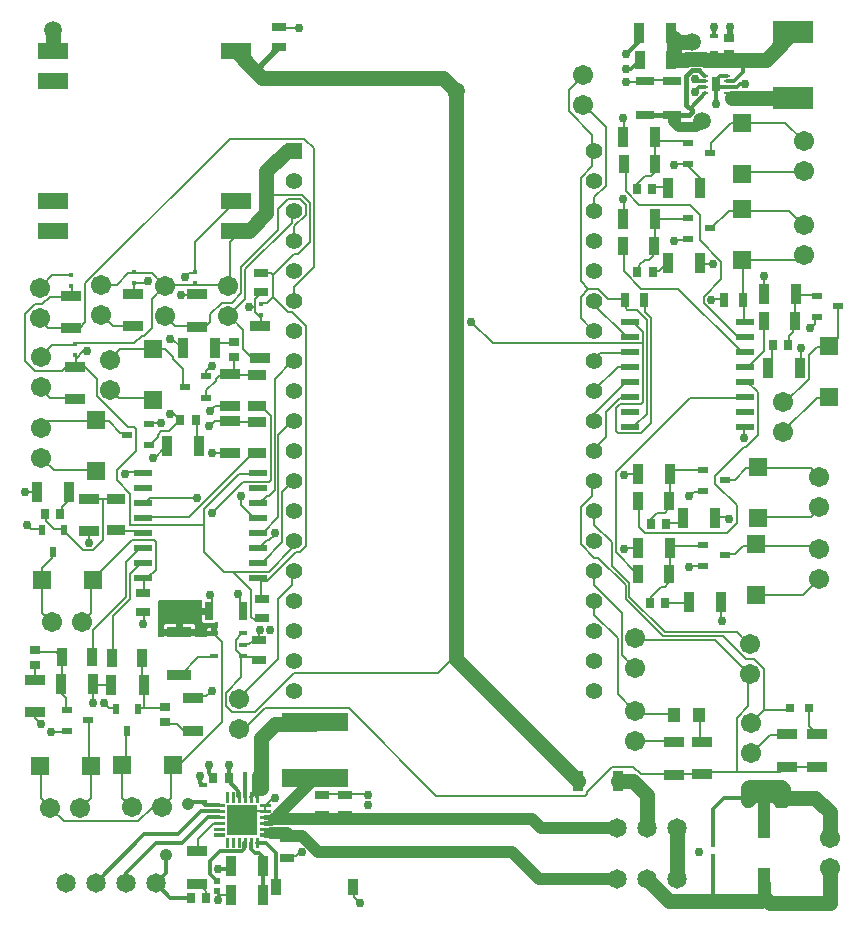
<source format=gbr>
G04 EAGLE Gerber RS-274X export*
G75*
%MOMM*%
%FSLAX34Y34*%
%LPD*%
%INTop Copper*%
%IPPOS*%
%AMOC8*
5,1,8,0,0,1.08239X$1,22.5*%
G01*
G04 Define Apertures*
%ADD10R,1.092200X2.692400*%
%ADD11R,1.199200X0.652400*%
%ADD12R,0.652400X1.549200*%
%ADD13R,0.749200X0.452400*%
%ADD14R,0.401600X0.499200*%
%ADD15R,0.660400X0.838200*%
%ADD16R,1.574800X1.625600*%
%ADD17R,1.625600X1.574800*%
%ADD18R,0.800000X0.800000*%
%ADD19R,1.100000X1.200000*%
%ADD20C,1.714500*%
%ADD21C,1.650000*%
%ADD22R,2.159000X0.965200*%
%ADD23R,5.689600X1.600200*%
%ADD24R,0.711200X0.838200*%
%ADD25R,0.838200X0.711200*%
%ADD26R,0.902400X1.549200*%
%ADD27R,0.914400X1.701800*%
%ADD28R,1.701800X0.914400*%
%ADD29R,1.549200X0.902400*%
%ADD30R,0.508000X0.508000*%
%ADD31R,0.889000X1.397000*%
%ADD32R,1.408000X1.408000*%
%ADD33C,1.408000*%
%ADD34R,0.673100X0.457200*%
%ADD35R,0.449200X0.402400*%
%ADD36R,0.965200X0.508000*%
%ADD37R,0.508000X0.965200*%
%ADD38R,0.609600X0.254000*%
%ADD39R,0.711200X1.295400*%
%ADD40R,3.400000X1.850000*%
%ADD41R,0.838200X0.660400*%
%ADD42R,0.914400X1.549400*%
%ADD43R,1.549200X0.652400*%
%ADD44C,0.067500*%
%ADD45R,2.600000X2.600000*%
%ADD46R,0.860000X1.820000*%
%ADD47R,2.500000X1.400000*%
%ADD48R,1.650000X0.600000*%
%ADD49R,0.652400X1.199200*%
%ADD50C,0.177800*%
%ADD51C,0.756400*%
%ADD52C,1.270000*%
%ADD53C,0.812800*%
%ADD54C,0.609600*%
%ADD55C,0.304800*%
%ADD56C,1.500000*%
%ADD57C,0.508000*%
%ADD58C,1.056400*%
%ADD59C,1.016000*%
%ADD60C,0.406400*%
G36*
X703115Y306130D02*
X702818Y306070D01*
X699897Y306070D01*
X699622Y306121D01*
X699367Y306285D01*
X699195Y306535D01*
X699135Y306832D01*
X699135Y336423D01*
X699186Y336698D01*
X699350Y336953D01*
X699600Y337125D01*
X699897Y337185D01*
X735459Y337185D01*
X735734Y337134D01*
X735989Y336970D01*
X736161Y336720D01*
X736221Y336423D01*
X736221Y331089D01*
X745071Y331089D01*
X745071Y324993D01*
X736221Y324993D01*
X736221Y319243D01*
X737709Y317755D01*
X746337Y317755D01*
X747638Y319056D01*
X747880Y319219D01*
X748177Y319279D01*
X749173Y319279D01*
X749448Y319228D01*
X749703Y319064D01*
X749875Y318814D01*
X749935Y318517D01*
X749935Y314808D01*
X749884Y314533D01*
X749720Y314278D01*
X749470Y314106D01*
X749173Y314046D01*
X748475Y314046D01*
X748475Y306934D01*
X740284Y306934D01*
X740284Y306832D01*
X740232Y306557D01*
X740069Y306302D01*
X739819Y306130D01*
X739522Y306070D01*
X731012Y306070D01*
X730737Y306121D01*
X730482Y306285D01*
X730310Y306535D01*
X730250Y306832D01*
X730250Y307213D01*
X703580Y307213D01*
X703580Y306832D01*
X703529Y306557D01*
X703365Y306302D01*
X703115Y306130D01*
G37*
%LPC*%
G36*
X703580Y313309D02*
X713867Y313309D01*
X713867Y317627D01*
X705068Y317627D01*
X703580Y316139D01*
X703580Y313309D01*
G37*
G36*
X719963Y313309D02*
X730250Y313309D01*
X730250Y316139D01*
X728762Y317627D01*
X719963Y317627D01*
X719963Y313309D01*
G37*
G36*
X740284Y311506D02*
X743903Y311506D01*
X743903Y314046D01*
X741771Y314046D01*
X740284Y312558D01*
X740284Y311506D01*
G37*
%LPD*%
G36*
X1217295Y165989D02*
X1217295Y144907D01*
X1207135Y144907D01*
X1207135Y165989D01*
X1206249Y165989D01*
X1205315Y165602D01*
X1204389Y164676D01*
X1203580Y163400D01*
X1201542Y161905D01*
X1199082Y161323D01*
X1196591Y161747D01*
X1194462Y163109D01*
X1193033Y165193D01*
X1192530Y167670D01*
X1192530Y178435D01*
X1192957Y180724D01*
X1194319Y182853D01*
X1196403Y184282D01*
X1198880Y184785D01*
X1228090Y184785D01*
X1230379Y184358D01*
X1232508Y182996D01*
X1233937Y180912D01*
X1234440Y178435D01*
X1234440Y167640D01*
X1234013Y165351D01*
X1232651Y163222D01*
X1230567Y161793D01*
X1228090Y161290D01*
X1225563Y161290D01*
X1223226Y161735D01*
X1221108Y163114D01*
X1220086Y164631D01*
X1219115Y165602D01*
X1218181Y165989D01*
X1217295Y165989D01*
G37*
D10*
X1212215Y96901D03*
X1212215Y149987D03*
D11*
X784262Y286983D03*
X784262Y303507D03*
D12*
X742023Y328041D03*
X770547Y328041D03*
D13*
X736480Y166248D03*
X736480Y180772D03*
D14*
X780692Y189732D03*
X772176Y189732D03*
D11*
X837761Y155502D03*
X837761Y172026D03*
X856805Y155558D03*
X856805Y172082D03*
X808016Y136024D03*
X808016Y119500D03*
D15*
X758782Y187154D03*
X745320Y187154D03*
D16*
X599131Y197251D03*
X642311Y197251D03*
X711073Y197485D03*
X667893Y197485D03*
D17*
X1193292Y698627D03*
X1193292Y741807D03*
X1193419Y625221D03*
X1193419Y668401D03*
X1267079Y509651D03*
X1267079Y552831D03*
X1206627Y407035D03*
X1206627Y450215D03*
X1205230Y341376D03*
X1205230Y384556D03*
X694817Y507111D03*
X694817Y550291D03*
X646684Y446786D03*
X646684Y489966D03*
D16*
X643396Y354800D03*
X600216Y354800D03*
D18*
X1249679Y245745D03*
X1233679Y245745D03*
D19*
X1156929Y239807D03*
X1135929Y239807D03*
D20*
X1267415Y136341D03*
X1267415Y110941D03*
X598735Y576136D03*
X598735Y601536D03*
X599299Y517673D03*
X599299Y543073D03*
X658353Y515503D03*
X658353Y540903D03*
X599878Y457666D03*
X599878Y483066D03*
X634616Y318935D03*
X609216Y318935D03*
X607695Y161671D03*
X633095Y161671D03*
X701802Y161925D03*
X676402Y161925D03*
X767150Y253759D03*
X767150Y228359D03*
X1199833Y300355D03*
X1199833Y274955D03*
X1102417Y279908D03*
X1102417Y305308D03*
X1245489Y700405D03*
X1245489Y725805D03*
X1058799Y756285D03*
X1058799Y781685D03*
X1102417Y243663D03*
X1102417Y218263D03*
X1201039Y233045D03*
X1201039Y207645D03*
D21*
X620693Y97910D03*
X646093Y97910D03*
X671493Y97910D03*
X696893Y97910D03*
X1087463Y101346D03*
X1112863Y101346D03*
X1138263Y101346D03*
X1087463Y144770D03*
X1112863Y144770D03*
X1138263Y144770D03*
D20*
X1245489Y629285D03*
X1245489Y654685D03*
X1227709Y479425D03*
X1227709Y504825D03*
X1258189Y415925D03*
X1258189Y441325D03*
X1258189Y354965D03*
X1258189Y380365D03*
X757936Y577954D03*
X757936Y603354D03*
X704723Y578286D03*
X704723Y603686D03*
X650852Y578516D03*
X650852Y603916D03*
D22*
X716915Y310261D03*
X716915Y273939D03*
D23*
X831856Y187149D03*
X831856Y234139D03*
D24*
X1117092Y685673D03*
X1104138Y685673D03*
D25*
X704342Y234188D03*
X704342Y247142D03*
D24*
X739648Y85598D03*
X726694Y85598D03*
X1117600Y615442D03*
X1104646Y615442D03*
X1219581Y553847D03*
X1232535Y553847D03*
X1129030Y401574D03*
X1116076Y401574D03*
X1128268Y335026D03*
X1115314Y335026D03*
D25*
X763221Y555879D03*
X763221Y542925D03*
D24*
X730631Y489968D03*
X717677Y489968D03*
X616006Y410465D03*
X603052Y410465D03*
D25*
X594732Y282566D03*
X594732Y295520D03*
D26*
X1118801Y636905D03*
X1092777Y636905D03*
D27*
X1238885Y596647D03*
X1211453Y596647D03*
D26*
X1238181Y573405D03*
X1212157Y573405D03*
D27*
X1130173Y686562D03*
X1157605Y686562D03*
X1130173Y623183D03*
X1157605Y623183D03*
X1215113Y534283D03*
X1242545Y534283D03*
X1132205Y443865D03*
X1104773Y443865D03*
D26*
X1131501Y421005D03*
X1105477Y421005D03*
D27*
X1142873Y407283D03*
X1170305Y407283D03*
X1132205Y381762D03*
X1104773Y381762D03*
X1147953Y336163D03*
X1175385Y336163D03*
D26*
X1131501Y359285D03*
X1105477Y359285D03*
D28*
X784860Y542417D03*
X784860Y569849D03*
X732028Y568960D03*
X732028Y596392D03*
X677672Y569595D03*
X677672Y597027D03*
X625094Y567436D03*
X625094Y594868D03*
X628904Y507746D03*
X628904Y535178D03*
X759714Y528828D03*
X759714Y501396D03*
D29*
X782574Y528124D03*
X782574Y502100D03*
D27*
X747092Y550652D03*
X719660Y550652D03*
D28*
X759714Y489458D03*
X759714Y462026D03*
D29*
X782574Y488355D03*
X782574Y462331D03*
D27*
X733552Y467975D03*
X706120Y467975D03*
D28*
X640334Y423418D03*
X640334Y395986D03*
D29*
X663194Y422714D03*
X663194Y396690D03*
D27*
X623626Y429169D03*
X596194Y429169D03*
X616712Y266065D03*
X644144Y266065D03*
D26*
X617135Y288975D03*
X643159Y288975D03*
D28*
X594243Y269905D03*
X594243Y242473D03*
D27*
X686689Y265430D03*
X659257Y265430D03*
D26*
X685604Y288290D03*
X659580Y288290D03*
D28*
X728224Y226949D03*
X728224Y254381D03*
D27*
X1119505Y729424D03*
X1092073Y729424D03*
D28*
X1256919Y196469D03*
X1256919Y223901D03*
X1159510Y190119D03*
X1159510Y217551D03*
X1135888Y217170D03*
X1135888Y189738D03*
X1231519Y223901D03*
X1231519Y196469D03*
D26*
X1119565Y706564D03*
X1093541Y706564D03*
D30*
X748947Y91412D03*
X748947Y99286D03*
D28*
X731901Y97409D03*
X731901Y124841D03*
D27*
X787591Y87975D03*
X760159Y87975D03*
X787591Y112157D03*
X760159Y112157D03*
X1119505Y659765D03*
X1092073Y659765D03*
D31*
X798875Y94621D03*
X863875Y94621D03*
D32*
X813689Y717935D03*
D33*
X1067689Y717935D03*
X813689Y692535D03*
X1067689Y692535D03*
X813689Y667135D03*
X1067689Y667135D03*
X813689Y641735D03*
X1067689Y641735D03*
X813689Y616335D03*
X1067689Y616335D03*
X813689Y590935D03*
X1067689Y590935D03*
X813689Y565535D03*
X1067689Y565535D03*
X813689Y540135D03*
X1067689Y540135D03*
X813689Y514735D03*
X1067689Y514735D03*
X813689Y489335D03*
X1067689Y489335D03*
X813689Y463935D03*
X1067689Y463935D03*
X813689Y438535D03*
X1067689Y438535D03*
X813689Y413135D03*
X1067689Y413135D03*
X813689Y387735D03*
X1067689Y387735D03*
X813689Y362335D03*
X1067689Y362335D03*
X813689Y336935D03*
X1067689Y336935D03*
X813689Y311535D03*
X1067689Y311535D03*
X813689Y286135D03*
X1067689Y286135D03*
X813689Y260735D03*
X1067689Y260735D03*
D34*
X770445Y290220D03*
X770445Y299720D03*
X770445Y309220D03*
X746189Y309220D03*
X746189Y290220D03*
D35*
X786003Y588204D03*
X786003Y579180D03*
X729702Y605850D03*
X729702Y614874D03*
X678434Y614874D03*
X678434Y605850D03*
X625094Y612334D03*
X625094Y603310D03*
X628904Y553914D03*
X628904Y544890D03*
D36*
X1147445Y724795D03*
X1147445Y706495D03*
X1165733Y715645D03*
X1160145Y447935D03*
X1160145Y429635D03*
X1178433Y438785D03*
X1147705Y661295D03*
X1147705Y642995D03*
X1165993Y652145D03*
X1256367Y595203D03*
X1256367Y576903D03*
X1274655Y586053D03*
X1160145Y384435D03*
X1160145Y366135D03*
X1178433Y375285D03*
X739648Y508502D03*
X739648Y526802D03*
X721360Y517652D03*
X690753Y468477D03*
X690753Y486777D03*
X672465Y477627D03*
D37*
X619090Y396683D03*
X600790Y396683D03*
X609940Y378395D03*
X681488Y244983D03*
X663188Y244983D03*
X672338Y226695D03*
D36*
X621538Y244735D03*
X621538Y226435D03*
X639826Y235585D03*
D38*
X1180211Y766565D03*
X1180211Y771565D03*
X1180211Y776565D03*
X1180211Y781565D03*
X1162177Y781565D03*
X1162177Y776565D03*
X1162177Y771565D03*
X1162177Y766565D03*
D39*
X1171194Y774065D03*
D40*
X1236599Y818028D03*
X1236599Y762528D03*
D13*
X1169924Y800458D03*
X1169924Y814982D03*
D41*
X1182624Y799719D03*
X1182624Y813181D03*
D42*
X1132713Y794385D03*
X1106805Y794385D03*
D43*
X1133729Y748373D03*
X1133729Y776897D03*
X1110869Y748373D03*
X1110869Y776897D03*
D27*
X1133475Y817626D03*
X1106043Y817626D03*
D44*
X758387Y128071D02*
X756361Y128071D01*
X756361Y135997D01*
X758387Y135997D01*
X758387Y128071D01*
X758387Y128712D02*
X756361Y128712D01*
X756361Y129353D02*
X758387Y129353D01*
X758387Y129994D02*
X756361Y129994D01*
X756361Y130635D02*
X758387Y130635D01*
X758387Y131276D02*
X756361Y131276D01*
X756361Y131917D02*
X758387Y131917D01*
X758387Y132558D02*
X756361Y132558D01*
X756361Y133199D02*
X758387Y133199D01*
X758387Y133840D02*
X756361Y133840D01*
X756361Y134481D02*
X758387Y134481D01*
X758387Y135122D02*
X756361Y135122D01*
X756361Y135763D02*
X758387Y135763D01*
X761361Y128071D02*
X763387Y128071D01*
X761361Y128071D02*
X761361Y135997D01*
X763387Y135997D01*
X763387Y128071D01*
X763387Y128712D02*
X761361Y128712D01*
X761361Y129353D02*
X763387Y129353D01*
X763387Y129994D02*
X761361Y129994D01*
X761361Y130635D02*
X763387Y130635D01*
X763387Y131276D02*
X761361Y131276D01*
X761361Y131917D02*
X763387Y131917D01*
X763387Y132558D02*
X761361Y132558D01*
X761361Y133199D02*
X763387Y133199D01*
X763387Y133840D02*
X761361Y133840D01*
X761361Y134481D02*
X763387Y134481D01*
X763387Y135122D02*
X761361Y135122D01*
X761361Y135763D02*
X763387Y135763D01*
X766361Y128071D02*
X768387Y128071D01*
X766361Y128071D02*
X766361Y135997D01*
X768387Y135997D01*
X768387Y128071D01*
X768387Y128712D02*
X766361Y128712D01*
X766361Y129353D02*
X768387Y129353D01*
X768387Y129994D02*
X766361Y129994D01*
X766361Y130635D02*
X768387Y130635D01*
X768387Y131276D02*
X766361Y131276D01*
X766361Y131917D02*
X768387Y131917D01*
X768387Y132558D02*
X766361Y132558D01*
X766361Y133199D02*
X768387Y133199D01*
X768387Y133840D02*
X766361Y133840D01*
X766361Y134481D02*
X768387Y134481D01*
X768387Y135122D02*
X766361Y135122D01*
X766361Y135763D02*
X768387Y135763D01*
X771361Y128071D02*
X773387Y128071D01*
X771361Y128071D02*
X771361Y135997D01*
X773387Y135997D01*
X773387Y128071D01*
X773387Y128712D02*
X771361Y128712D01*
X771361Y129353D02*
X773387Y129353D01*
X773387Y129994D02*
X771361Y129994D01*
X771361Y130635D02*
X773387Y130635D01*
X773387Y131276D02*
X771361Y131276D01*
X771361Y131917D02*
X773387Y131917D01*
X773387Y132558D02*
X771361Y132558D01*
X771361Y133199D02*
X773387Y133199D01*
X773387Y133840D02*
X771361Y133840D01*
X771361Y134481D02*
X773387Y134481D01*
X773387Y135122D02*
X771361Y135122D01*
X771361Y135763D02*
X773387Y135763D01*
X776361Y128071D02*
X778387Y128071D01*
X776361Y128071D02*
X776361Y135997D01*
X778387Y135997D01*
X778387Y128071D01*
X778387Y128712D02*
X776361Y128712D01*
X776361Y129353D02*
X778387Y129353D01*
X778387Y129994D02*
X776361Y129994D01*
X776361Y130635D02*
X778387Y130635D01*
X778387Y131276D02*
X776361Y131276D01*
X776361Y131917D02*
X778387Y131917D01*
X778387Y132558D02*
X776361Y132558D01*
X776361Y133199D02*
X778387Y133199D01*
X778387Y133840D02*
X776361Y133840D01*
X776361Y134481D02*
X778387Y134481D01*
X778387Y135122D02*
X776361Y135122D01*
X776361Y135763D02*
X778387Y135763D01*
X781361Y128071D02*
X783387Y128071D01*
X781361Y128071D02*
X781361Y135997D01*
X783387Y135997D01*
X783387Y128071D01*
X783387Y128712D02*
X781361Y128712D01*
X781361Y129353D02*
X783387Y129353D01*
X783387Y129994D02*
X781361Y129994D01*
X781361Y130635D02*
X783387Y130635D01*
X783387Y131276D02*
X781361Y131276D01*
X781361Y131917D02*
X783387Y131917D01*
X783387Y132558D02*
X781361Y132558D01*
X781361Y133199D02*
X783387Y133199D01*
X783387Y133840D02*
X781361Y133840D01*
X781361Y134481D02*
X783387Y134481D01*
X783387Y135122D02*
X781361Y135122D01*
X781361Y135763D02*
X783387Y135763D01*
X783387Y166771D02*
X781361Y166771D01*
X781361Y174697D01*
X783387Y174697D01*
X783387Y166771D01*
X783387Y167412D02*
X781361Y167412D01*
X781361Y168053D02*
X783387Y168053D01*
X783387Y168694D02*
X781361Y168694D01*
X781361Y169335D02*
X783387Y169335D01*
X783387Y169976D02*
X781361Y169976D01*
X781361Y170617D02*
X783387Y170617D01*
X783387Y171258D02*
X781361Y171258D01*
X781361Y171899D02*
X783387Y171899D01*
X783387Y172540D02*
X781361Y172540D01*
X781361Y173181D02*
X783387Y173181D01*
X783387Y173822D02*
X781361Y173822D01*
X781361Y174463D02*
X783387Y174463D01*
X778387Y166771D02*
X776361Y166771D01*
X776361Y174697D01*
X778387Y174697D01*
X778387Y166771D01*
X778387Y167412D02*
X776361Y167412D01*
X776361Y168053D02*
X778387Y168053D01*
X778387Y168694D02*
X776361Y168694D01*
X776361Y169335D02*
X778387Y169335D01*
X778387Y169976D02*
X776361Y169976D01*
X776361Y170617D02*
X778387Y170617D01*
X778387Y171258D02*
X776361Y171258D01*
X776361Y171899D02*
X778387Y171899D01*
X778387Y172540D02*
X776361Y172540D01*
X776361Y173181D02*
X778387Y173181D01*
X778387Y173822D02*
X776361Y173822D01*
X776361Y174463D02*
X778387Y174463D01*
X773387Y166771D02*
X771361Y166771D01*
X771361Y174697D01*
X773387Y174697D01*
X773387Y166771D01*
X773387Y167412D02*
X771361Y167412D01*
X771361Y168053D02*
X773387Y168053D01*
X773387Y168694D02*
X771361Y168694D01*
X771361Y169335D02*
X773387Y169335D01*
X773387Y169976D02*
X771361Y169976D01*
X771361Y170617D02*
X773387Y170617D01*
X773387Y171258D02*
X771361Y171258D01*
X771361Y171899D02*
X773387Y171899D01*
X773387Y172540D02*
X771361Y172540D01*
X771361Y173181D02*
X773387Y173181D01*
X773387Y173822D02*
X771361Y173822D01*
X771361Y174463D02*
X773387Y174463D01*
X768387Y166771D02*
X766361Y166771D01*
X766361Y174697D01*
X768387Y174697D01*
X768387Y166771D01*
X768387Y167412D02*
X766361Y167412D01*
X766361Y168053D02*
X768387Y168053D01*
X768387Y168694D02*
X766361Y168694D01*
X766361Y169335D02*
X768387Y169335D01*
X768387Y169976D02*
X766361Y169976D01*
X766361Y170617D02*
X768387Y170617D01*
X768387Y171258D02*
X766361Y171258D01*
X766361Y171899D02*
X768387Y171899D01*
X768387Y172540D02*
X766361Y172540D01*
X766361Y173181D02*
X768387Y173181D01*
X768387Y173822D02*
X766361Y173822D01*
X766361Y174463D02*
X768387Y174463D01*
X763387Y166771D02*
X761361Y166771D01*
X761361Y174697D01*
X763387Y174697D01*
X763387Y166771D01*
X763387Y167412D02*
X761361Y167412D01*
X761361Y168053D02*
X763387Y168053D01*
X763387Y168694D02*
X761361Y168694D01*
X761361Y169335D02*
X763387Y169335D01*
X763387Y169976D02*
X761361Y169976D01*
X761361Y170617D02*
X763387Y170617D01*
X763387Y171258D02*
X761361Y171258D01*
X761361Y171899D02*
X763387Y171899D01*
X763387Y172540D02*
X761361Y172540D01*
X761361Y173181D02*
X763387Y173181D01*
X763387Y173822D02*
X761361Y173822D01*
X761361Y174463D02*
X763387Y174463D01*
X758387Y166771D02*
X756361Y166771D01*
X756361Y174697D01*
X758387Y174697D01*
X758387Y166771D01*
X758387Y167412D02*
X756361Y167412D01*
X756361Y168053D02*
X758387Y168053D01*
X758387Y168694D02*
X756361Y168694D01*
X756361Y169335D02*
X758387Y169335D01*
X758387Y169976D02*
X756361Y169976D01*
X756361Y170617D02*
X758387Y170617D01*
X758387Y171258D02*
X756361Y171258D01*
X756361Y171899D02*
X758387Y171899D01*
X758387Y172540D02*
X756361Y172540D01*
X756361Y173181D02*
X758387Y173181D01*
X758387Y173822D02*
X756361Y173822D01*
X756361Y174463D02*
X758387Y174463D01*
X754487Y162871D02*
X746561Y162871D01*
X746561Y164897D01*
X754487Y164897D01*
X754487Y162871D01*
X754487Y163512D02*
X746561Y163512D01*
X746561Y164153D02*
X754487Y164153D01*
X754487Y164794D02*
X746561Y164794D01*
X746561Y157871D02*
X754487Y157871D01*
X746561Y157871D02*
X746561Y159897D01*
X754487Y159897D01*
X754487Y157871D01*
X754487Y158512D02*
X746561Y158512D01*
X746561Y159153D02*
X754487Y159153D01*
X754487Y159794D02*
X746561Y159794D01*
X746561Y152871D02*
X754487Y152871D01*
X746561Y152871D02*
X746561Y154897D01*
X754487Y154897D01*
X754487Y152871D01*
X754487Y153512D02*
X746561Y153512D01*
X746561Y154153D02*
X754487Y154153D01*
X754487Y154794D02*
X746561Y154794D01*
X746561Y147871D02*
X754487Y147871D01*
X746561Y147871D02*
X746561Y149897D01*
X754487Y149897D01*
X754487Y147871D01*
X754487Y148512D02*
X746561Y148512D01*
X746561Y149153D02*
X754487Y149153D01*
X754487Y149794D02*
X746561Y149794D01*
X746561Y142871D02*
X754487Y142871D01*
X746561Y142871D02*
X746561Y144897D01*
X754487Y144897D01*
X754487Y142871D01*
X754487Y143512D02*
X746561Y143512D01*
X746561Y144153D02*
X754487Y144153D01*
X754487Y144794D02*
X746561Y144794D01*
X746561Y137871D02*
X754487Y137871D01*
X746561Y137871D02*
X746561Y139897D01*
X754487Y139897D01*
X754487Y137871D01*
X754487Y138512D02*
X746561Y138512D01*
X746561Y139153D02*
X754487Y139153D01*
X754487Y139794D02*
X746561Y139794D01*
X785261Y137871D02*
X793187Y137871D01*
X785261Y137871D02*
X785261Y139897D01*
X793187Y139897D01*
X793187Y137871D01*
X793187Y138512D02*
X785261Y138512D01*
X785261Y139153D02*
X793187Y139153D01*
X793187Y139794D02*
X785261Y139794D01*
X785261Y142871D02*
X793187Y142871D01*
X785261Y142871D02*
X785261Y144897D01*
X793187Y144897D01*
X793187Y142871D01*
X793187Y143512D02*
X785261Y143512D01*
X785261Y144153D02*
X793187Y144153D01*
X793187Y144794D02*
X785261Y144794D01*
X785261Y147871D02*
X793187Y147871D01*
X785261Y147871D02*
X785261Y149897D01*
X793187Y149897D01*
X793187Y147871D01*
X793187Y148512D02*
X785261Y148512D01*
X785261Y149153D02*
X793187Y149153D01*
X793187Y149794D02*
X785261Y149794D01*
X785261Y152871D02*
X793187Y152871D01*
X785261Y152871D02*
X785261Y154897D01*
X793187Y154897D01*
X793187Y152871D01*
X793187Y153512D02*
X785261Y153512D01*
X785261Y154153D02*
X793187Y154153D01*
X793187Y154794D02*
X785261Y154794D01*
X785261Y157871D02*
X793187Y157871D01*
X785261Y157871D02*
X785261Y159897D01*
X793187Y159897D01*
X793187Y157871D01*
X793187Y158512D02*
X785261Y158512D01*
X785261Y159153D02*
X793187Y159153D01*
X793187Y159794D02*
X785261Y159794D01*
X785261Y162871D02*
X793187Y162871D01*
X785261Y162871D02*
X785261Y164897D01*
X793187Y164897D01*
X793187Y162871D01*
X793187Y163512D02*
X785261Y163512D01*
X785261Y164153D02*
X793187Y164153D01*
X793187Y164794D02*
X785261Y164794D01*
D45*
X769874Y151384D03*
D35*
X1168527Y120837D03*
X1168527Y129861D03*
D46*
X1054495Y184531D03*
X1087995Y184531D03*
D47*
X609522Y802390D03*
X609522Y776990D03*
X609522Y675390D03*
X609522Y649990D03*
X764522Y649990D03*
X764522Y675390D03*
X764522Y802390D03*
D11*
X786257Y598290D03*
X786257Y614814D03*
X801495Y805761D03*
X801495Y822285D03*
D48*
X1098187Y573151D03*
X1098187Y560451D03*
X1098187Y547751D03*
X1098187Y535051D03*
X1098187Y522351D03*
X1098187Y509651D03*
X1098187Y496951D03*
X1098187Y484251D03*
X1195687Y484251D03*
X1195687Y496951D03*
X1195687Y509651D03*
X1195687Y522351D03*
X1195687Y535051D03*
X1195687Y547751D03*
X1195687Y560451D03*
X1195687Y573151D03*
X783445Y355854D03*
X783445Y368554D03*
X783445Y381254D03*
X783445Y393954D03*
X783445Y406654D03*
X783445Y419354D03*
X783445Y432054D03*
X783445Y444754D03*
X685945Y444754D03*
X685945Y432054D03*
X685945Y419354D03*
X685945Y406654D03*
X685945Y393954D03*
X685945Y381254D03*
X685945Y368554D03*
X685945Y355854D03*
D11*
X786857Y338462D03*
X786857Y321938D03*
X685800Y343542D03*
X685800Y327018D03*
D49*
X1110622Y591820D03*
X1094098Y591820D03*
X1194442Y591820D03*
X1177918Y591820D03*
D50*
X693420Y508508D02*
X665353Y508508D01*
X658749Y515112D01*
X693420Y508508D02*
X694817Y507111D01*
X658749Y515112D02*
X658353Y515503D01*
X645541Y447421D02*
X610870Y447421D01*
X600964Y457327D01*
X645541Y447421D02*
X646684Y446786D01*
X600964Y457327D02*
X599878Y457666D01*
X709930Y196469D02*
X709930Y170053D01*
X701802Y161925D01*
X709930Y196469D02*
X711073Y197485D01*
X599313Y196469D02*
X599313Y170053D01*
X607695Y161671D01*
X599313Y196469D02*
X599131Y197251D01*
X693420Y161798D02*
X701675Y161798D01*
X693420Y161798D02*
X681863Y150241D01*
X619125Y150241D01*
X607695Y161671D01*
X701675Y161798D02*
X701802Y161925D01*
X686816Y345059D02*
X686816Y354965D01*
X686816Y345059D02*
X685800Y343542D01*
X686816Y354965D02*
X685945Y355854D01*
X744601Y308737D02*
X746189Y309220D01*
X718185Y308737D02*
X716915Y310261D01*
X716534Y310388D01*
X642239Y326898D02*
X642239Y353314D01*
X642239Y326898D02*
X635635Y320294D01*
X642239Y353314D02*
X643396Y354800D01*
X635635Y320294D02*
X634616Y318935D01*
X686816Y356616D02*
X690118Y356616D01*
X696722Y363220D01*
X696722Y386334D01*
X695071Y387985D01*
X676910Y387985D01*
X643890Y354965D01*
X685945Y355854D02*
X686816Y356616D01*
X643890Y354965D02*
X643396Y354800D01*
X711581Y198120D02*
X716534Y198120D01*
X752856Y234442D01*
X752856Y302133D01*
X746252Y308737D01*
X711581Y198120D02*
X711073Y197485D01*
X746252Y308737D02*
X746189Y309220D01*
D51*
X742696Y341757D03*
D50*
X744142Y340311D01*
X744142Y330160D01*
X742023Y328041D01*
D52*
X1213591Y795020D02*
X1236599Y818028D01*
X1213591Y795020D02*
X1193800Y795020D01*
X1182624Y795020D01*
X1163955Y795020D01*
X1137920Y795020D02*
X1136015Y796925D01*
X1136015Y813435D01*
D53*
X1136015Y815086D02*
X1133475Y817626D01*
X1136015Y815086D02*
X1136015Y813435D01*
X1133348Y795020D02*
X1132713Y794385D01*
X1133348Y795020D02*
X1137920Y795020D01*
D54*
X1182624Y795020D02*
X1182624Y799719D01*
D55*
X1169924Y800458D02*
X1169393Y800458D01*
X1163955Y795020D01*
D56*
X1151255Y810253D03*
X951230Y768350D03*
D52*
X951230Y287796D02*
X1054495Y184531D01*
X951230Y287796D02*
X951230Y768350D01*
X1139197Y810253D02*
X1151255Y810253D01*
X1139197Y810253D02*
X1136015Y813435D01*
X951230Y768350D02*
X939800Y779780D01*
X787132Y779780D01*
X781234Y785679D01*
X764522Y802390D01*
D57*
X781412Y785679D02*
X801495Y805761D01*
X781412Y785679D02*
X781234Y785679D01*
D55*
X1180211Y776565D02*
X1186140Y776565D01*
X1193800Y784225D01*
X1193800Y795020D01*
D52*
X1163955Y795020D02*
X1161672Y795020D01*
X1160938Y795754D01*
X1146652Y795754D01*
X1145918Y795020D01*
X1137920Y795020D01*
D50*
X782574Y288925D02*
X771017Y288925D01*
X782574Y288925D02*
X784225Y287274D01*
X771017Y288925D02*
X770445Y290220D01*
X784225Y287274D02*
X784262Y286983D01*
X764413Y303784D02*
X769366Y308737D01*
X764413Y303784D02*
X764413Y295529D01*
X769366Y290576D01*
X769366Y308737D02*
X770445Y309220D01*
X769366Y290576D02*
X770445Y290220D01*
X769366Y288925D02*
X769366Y272415D01*
X756158Y259207D01*
X756158Y247650D01*
X761111Y242697D01*
X780923Y242697D01*
X813943Y275717D01*
X936117Y275717D01*
X946023Y285623D01*
X770445Y290220D02*
X769366Y288925D01*
X946023Y285623D02*
X951230Y287796D01*
D51*
X1183005Y822325D03*
X1169670Y822960D03*
X1094740Y775970D03*
X1092200Y745490D03*
X1135380Y706120D03*
X1135380Y641350D03*
X1092200Y676910D03*
X1168400Y622300D03*
X1167130Y591820D03*
X1211580Y612140D03*
X1250950Y567690D03*
X1243330Y551180D03*
X1195070Y474980D03*
X1148080Y425450D03*
X1093470Y443230D03*
X1093470Y381000D03*
X1148080Y365760D03*
X1182370Y406400D03*
X1176020Y320040D03*
X1200150Y170180D03*
X1209040Y170180D03*
X1217930Y170180D03*
X1226820Y170180D03*
X1200150Y180340D03*
X1209040Y180340D03*
X1217930Y180340D03*
X1226820Y180340D03*
X1156970Y124460D03*
X869950Y81280D03*
X820420Y123825D03*
X876935Y172720D03*
X741680Y198120D03*
X734695Y188595D03*
X608330Y226060D03*
X652780Y250190D03*
X744220Y260350D03*
X784860Y312420D03*
X793750Y312420D03*
X685800Y317500D03*
X599440Y232410D03*
X643890Y250190D03*
X670560Y444500D03*
X640080Y386080D03*
X588010Y400685D03*
X586204Y428625D03*
X701675Y487045D03*
X694690Y457835D03*
X744220Y535940D03*
X708660Y558800D03*
X817880Y821690D03*
D52*
X1267415Y158160D02*
X1267415Y136341D01*
X1267415Y158160D02*
X1255395Y170180D01*
X1226820Y170180D01*
D51*
X876935Y164056D03*
D55*
X1168527Y160782D02*
X1168527Y129861D01*
X1168527Y160782D02*
X1177925Y170180D01*
X1200150Y170180D01*
X1180211Y771565D02*
X1173694Y771565D01*
X1171194Y774065D01*
X1174630Y781565D02*
X1180211Y781565D01*
X1174630Y781565D02*
X1171194Y778129D01*
X1171194Y774065D01*
D56*
X609600Y819778D03*
D52*
X609522Y819700D02*
X609522Y802390D01*
X609522Y819700D02*
X609600Y819778D01*
D51*
X749145Y83185D03*
D57*
X1182624Y813181D02*
X1183005Y813562D01*
X1183005Y822325D01*
D55*
X1169924Y822706D02*
X1169924Y814982D01*
X1169924Y822706D02*
X1169670Y822960D01*
D51*
X1195705Y774700D03*
X1170940Y757555D03*
D55*
X1180211Y771565D02*
X1188760Y771565D01*
X1191895Y774700D01*
X1195705Y774700D01*
X1170940Y773811D02*
X1170940Y757555D01*
X1170940Y773811D02*
X1171194Y774065D01*
D51*
X742950Y497205D03*
D55*
X734695Y182557D02*
X736480Y180772D01*
X734695Y182557D02*
X734695Y188595D01*
X741680Y190794D02*
X745320Y187154D01*
X741680Y190794D02*
X741680Y198120D01*
D50*
X747141Y501396D02*
X759714Y501396D01*
X747141Y501396D02*
X742950Y497205D01*
D51*
X744220Y461645D03*
D50*
X744601Y462026D02*
X759714Y462026D01*
X744601Y462026D02*
X744220Y461645D01*
X789178Y163449D02*
X789178Y160147D01*
X789224Y158884D01*
X789178Y163449D02*
X789224Y163884D01*
X789178Y158496D02*
X777621Y158496D01*
X771017Y151892D01*
X789178Y158496D02*
X789224Y158884D01*
X771017Y151892D02*
X769874Y151384D01*
X658749Y265811D02*
X645541Y265811D01*
X658749Y265811D02*
X659257Y265430D01*
X645541Y265811D02*
X644144Y266065D01*
X838708Y173355D02*
X855218Y173355D01*
X838708Y173355D02*
X837761Y172026D01*
X855218Y173355D02*
X856805Y172082D01*
X775970Y300482D02*
X771017Y300482D01*
X775970Y300482D02*
X777621Y302133D01*
X784225Y302133D01*
X771017Y300482D02*
X770445Y299720D01*
X784225Y302133D02*
X784262Y303507D01*
X749554Y87503D02*
X749554Y84201D01*
X749554Y87503D02*
X749554Y90805D01*
X748947Y91412D01*
X749554Y84201D02*
X749145Y83185D01*
X1159002Y622427D02*
X1167257Y622427D01*
X1168400Y622300D01*
X1159002Y622427D02*
X1157605Y623183D01*
X620776Y226187D02*
X609219Y226187D01*
X620776Y226187D02*
X621538Y226435D01*
X609219Y226187D02*
X608330Y226060D01*
X657098Y245999D02*
X662051Y245999D01*
X657098Y245999D02*
X653796Y249301D01*
X662051Y245999D02*
X663188Y244983D01*
X653796Y249301D02*
X652780Y250190D01*
X599313Y397891D02*
X591058Y397891D01*
X589407Y399542D01*
X599313Y397891D02*
X600790Y396683D01*
X589407Y399542D02*
X588010Y400685D01*
X691769Y487045D02*
X701675Y487045D01*
X691769Y487045D02*
X690753Y486777D01*
X1149096Y366522D02*
X1159002Y366522D01*
X1160145Y366135D01*
X1149096Y366522D02*
X1148080Y365760D01*
X739648Y526802D02*
X739648Y531622D01*
X742950Y534924D01*
X744220Y535940D01*
X1135888Y642239D02*
X1147445Y642239D01*
X1147705Y642995D01*
X1135888Y642239D02*
X1135380Y641350D01*
X1152398Y429260D02*
X1159002Y429260D01*
X1152398Y429260D02*
X1149096Y425958D01*
X1159002Y429260D02*
X1160145Y429635D01*
X1149096Y425958D02*
X1148080Y425450D01*
X1254760Y571246D02*
X1254760Y576199D01*
X1254760Y571246D02*
X1251458Y567944D01*
X1254760Y576199D02*
X1256367Y576903D01*
X1251458Y567944D02*
X1250950Y567690D01*
X1147445Y706628D02*
X1135888Y706628D01*
X1147445Y706628D02*
X1147445Y706495D01*
X1135888Y706628D02*
X1135380Y706120D01*
X815594Y120523D02*
X808990Y120523D01*
X815594Y120523D02*
X818896Y123825D01*
X808990Y120523D02*
X808016Y119500D01*
X818896Y123825D02*
X820420Y123825D01*
X686816Y318643D02*
X686816Y326898D01*
X685800Y327018D01*
X686816Y318643D02*
X685800Y317500D01*
X802386Y822198D02*
X817245Y822198D01*
X802386Y822198D02*
X801495Y822285D01*
X817245Y822198D02*
X817880Y821690D01*
X1167257Y592709D02*
X1177163Y592709D01*
X1177918Y591820D01*
X1167257Y592709D02*
X1167130Y591820D01*
X865124Y94107D02*
X865124Y85852D01*
X868426Y82550D01*
X865124Y94107D02*
X863875Y94621D01*
X868426Y82550D02*
X869950Y81280D01*
X784225Y303784D02*
X784225Y312039D01*
X784225Y303784D02*
X784262Y303507D01*
X784225Y312039D02*
X784860Y312420D01*
X1094740Y775970D02*
X1109472Y775970D01*
X1110869Y776897D01*
X1111123Y777621D02*
X1132586Y777621D01*
X1133729Y776897D01*
X1111123Y777621D02*
X1110869Y776897D01*
X685165Y445770D02*
X671957Y445770D01*
X685165Y445770D02*
X685945Y444754D01*
X671957Y445770D02*
X670560Y444500D01*
X1195324Y475488D02*
X1195324Y483743D01*
X1195687Y484251D01*
X1195324Y475488D02*
X1195070Y474980D01*
X594360Y241046D02*
X594360Y237744D01*
X599313Y232791D01*
X594360Y241046D02*
X594243Y242473D01*
X599313Y232791D02*
X599440Y232410D01*
X729742Y255905D02*
X739648Y255905D01*
X742950Y259207D01*
X729742Y255905D02*
X728224Y254381D01*
X742950Y259207D02*
X744220Y260350D01*
X596011Y429260D02*
X587756Y429260D01*
X596011Y429260D02*
X596194Y429169D01*
X587756Y429260D02*
X586204Y428625D01*
X640588Y394589D02*
X640588Y386334D01*
X640588Y394589D02*
X640334Y395986D01*
X640588Y386334D02*
X640080Y386080D01*
X695071Y457327D02*
X704977Y467233D01*
X706120Y467975D01*
X694690Y457835D02*
X695071Y457327D01*
X749554Y87503D02*
X759460Y87503D01*
X760159Y87975D01*
X1094613Y381381D02*
X1104519Y381381D01*
X1104773Y381762D01*
X1094613Y381381D02*
X1093470Y381000D01*
X1175512Y335153D02*
X1175512Y320294D01*
X1175512Y335153D02*
X1175385Y336163D01*
X1175512Y320294D02*
X1176020Y320040D01*
X718185Y551434D02*
X709930Y559689D01*
X718185Y551434D02*
X719660Y550652D01*
X709930Y559689D02*
X708660Y558800D01*
X1092962Y660400D02*
X1092962Y676910D01*
X1092962Y660400D02*
X1092073Y659765D01*
X1092200Y676910D02*
X1092962Y676910D01*
X1094613Y444119D02*
X1104519Y444119D01*
X1104773Y443865D01*
X1094613Y444119D02*
X1093470Y443230D01*
X1170559Y407797D02*
X1182116Y407797D01*
X1170559Y407797D02*
X1170305Y407283D01*
X1182116Y407797D02*
X1182370Y406400D01*
X1243203Y534924D02*
X1243203Y549783D01*
X1243203Y534924D02*
X1242545Y534283D01*
X1243203Y549783D02*
X1243330Y551180D01*
X1211834Y597662D02*
X1211834Y610870D01*
X1211834Y597662D02*
X1211453Y596647D01*
X1211834Y610870D02*
X1211580Y612140D01*
X1092962Y729742D02*
X1092962Y744601D01*
X1092962Y729742D02*
X1092073Y729424D01*
X1092962Y744601D02*
X1092200Y745490D01*
X1157351Y695071D02*
X1157351Y686816D01*
X1157351Y695071D02*
X1147445Y704977D01*
X1157351Y686816D02*
X1157605Y686562D01*
X1147445Y704977D02*
X1147445Y706495D01*
X876681Y173355D02*
X856869Y173355D01*
X856805Y172082D01*
X876681Y173355D02*
X876935Y172720D01*
X643890Y250190D02*
X643890Y265811D01*
X644144Y266065D01*
X790829Y165100D02*
X795782Y170053D01*
X797433Y170053D01*
X790829Y165100D02*
X789224Y163884D01*
D51*
X797433Y170053D03*
X766559Y342607D03*
D50*
X768428Y330160D02*
X770547Y328041D01*
X768428Y340738D02*
X766559Y342607D01*
X768428Y340738D02*
X768428Y330160D01*
D52*
X764522Y649990D02*
X775720Y649990D01*
X790575Y664845D01*
X790575Y680212D01*
X790575Y700405D01*
X808105Y717935D01*
X813689Y717935D01*
D50*
X627380Y553085D02*
X609219Y553085D01*
X599313Y543179D01*
X627380Y553085D02*
X628904Y553914D01*
X599313Y543179D02*
X599299Y543073D01*
X609219Y612521D02*
X624078Y612521D01*
X609219Y612521D02*
X599313Y602615D01*
X624078Y612521D02*
X625094Y612334D01*
X599313Y602615D02*
X598735Y601536D01*
X678561Y614172D02*
X693420Y614172D01*
X703326Y604266D01*
X678561Y614172D02*
X678434Y614874D01*
X703326Y604266D02*
X704723Y603686D01*
X704977Y604266D02*
X728091Y604266D01*
X729702Y605850D01*
X704977Y604266D02*
X704723Y603686D01*
X663702Y604266D02*
X652145Y604266D01*
X663702Y604266D02*
X673608Y614172D01*
X676910Y614172D01*
X652145Y604266D02*
X650852Y603916D01*
X676910Y614172D02*
X678434Y614874D01*
X729742Y604266D02*
X757809Y604266D01*
X757936Y603354D01*
X729742Y604266D02*
X729702Y605850D01*
X678561Y554736D02*
X629031Y554736D01*
X678561Y554736D02*
X685165Y561340D01*
X686816Y561340D01*
X693420Y567944D01*
X693420Y592709D01*
X703326Y602615D01*
X629031Y554736D02*
X628904Y553914D01*
X703326Y602615D02*
X704723Y603686D01*
X1111123Y591058D02*
X1111123Y581152D01*
X1116076Y576199D01*
X1116076Y487045D01*
X1107821Y478790D01*
X1088009Y478790D01*
X1086358Y480441D01*
X1086358Y500253D01*
X1089660Y503555D01*
X1107821Y503555D01*
X1109472Y505206D01*
X1109472Y554736D02*
X1109472Y564642D01*
X1109472Y554736D02*
X1109472Y505206D01*
X1109472Y564642D02*
X1099566Y574548D01*
X1111123Y591058D02*
X1110622Y591820D01*
X1099566Y574548D02*
X1098187Y573151D01*
X785876Y353314D02*
X785876Y339460D01*
X785876Y353314D02*
X784225Y354965D01*
X785876Y339460D02*
X786857Y338462D01*
X784225Y354965D02*
X783445Y355854D01*
X787527Y589407D02*
X790829Y589407D01*
X795782Y594360D01*
X795782Y612521D01*
X794131Y614172D01*
X787527Y614172D01*
X787527Y589407D02*
X786003Y588204D01*
X787527Y614172D02*
X786257Y614814D01*
X795782Y612521D02*
X813943Y630682D01*
X817245Y630682D01*
X827151Y640588D01*
X827151Y673608D01*
X820547Y680212D01*
X790575Y680212D01*
X790829Y353314D02*
X785876Y353314D01*
X790829Y353314D02*
X815594Y378079D01*
X818896Y378079D01*
X823849Y383032D01*
X823849Y569595D01*
X812292Y581152D01*
X808990Y581152D01*
X795782Y594360D01*
X783445Y355854D02*
X785876Y353314D01*
X982345Y554736D02*
X1109472Y554736D01*
X982345Y554736D02*
X964184Y572897D01*
X759460Y604266D02*
X759460Y640588D01*
X762762Y643890D01*
X759460Y604266D02*
X757936Y603354D01*
X762762Y643890D02*
X764522Y649990D01*
D51*
X964184Y572897D03*
D50*
X1167257Y716534D02*
X1167257Y724789D01*
X1183767Y741299D01*
X1192022Y741299D01*
X1167257Y716534D02*
X1165733Y715645D01*
X1192022Y741299D02*
X1193292Y741807D01*
X1193673Y741299D02*
X1229995Y741299D01*
X1245489Y725805D01*
X1193673Y741299D02*
X1193292Y741807D01*
X1104519Y690118D02*
X1104519Y686816D01*
X1104519Y690118D02*
X1111123Y696722D01*
X1116076Y696722D01*
X1119378Y700024D01*
X1119378Y704977D01*
X1104519Y686816D02*
X1104138Y685673D01*
X1119378Y704977D02*
X1119565Y706564D01*
X1122680Y726440D02*
X1147445Y726440D01*
X1122680Y726440D02*
X1121029Y728091D01*
X1147445Y726440D02*
X1147445Y724795D01*
X1121029Y728091D02*
X1119505Y729424D01*
X1119378Y728091D02*
X1119378Y706628D01*
X1119565Y706564D01*
X1119378Y728091D02*
X1119505Y729424D01*
X1097915Y561340D02*
X1094613Y561340D01*
X1066546Y589407D01*
X1097915Y561340D02*
X1098187Y560451D01*
X1066546Y589407D02*
X1067689Y590935D01*
X1167257Y652145D02*
X1182116Y667004D01*
X1192022Y667004D01*
X1167257Y652145D02*
X1165993Y652145D01*
X1192022Y667004D02*
X1193419Y668401D01*
X1193673Y667004D02*
X1233297Y667004D01*
X1244854Y655447D01*
X1193673Y667004D02*
X1193419Y668401D01*
X1244854Y655447D02*
X1245489Y654685D01*
X1106170Y620776D02*
X1106170Y615823D01*
X1106170Y620776D02*
X1111123Y625729D01*
X1114425Y625729D01*
X1117727Y629031D01*
X1117727Y635635D01*
X1106170Y615823D02*
X1104646Y615442D01*
X1117727Y635635D02*
X1118801Y636905D01*
X1121029Y660400D02*
X1147445Y660400D01*
X1147705Y661295D01*
X1121029Y660400D02*
X1119505Y659765D01*
X1119378Y658749D02*
X1119378Y637286D01*
X1118801Y636905D01*
X1119378Y658749D02*
X1119505Y659765D01*
X1274572Y584454D02*
X1274572Y559689D01*
X1267968Y553085D01*
X1274572Y584454D02*
X1274655Y586053D01*
X1267968Y553085D02*
X1267079Y552831D01*
X1266317Y551434D02*
X1256411Y551434D01*
X1249807Y544830D01*
X1249807Y525018D01*
X1228344Y503555D01*
X1266317Y551434D02*
X1267079Y552831D01*
X1227709Y504825D02*
X1228344Y503555D01*
X1233297Y554736D02*
X1233297Y561340D01*
X1236599Y564642D01*
X1236599Y572897D01*
X1233297Y554736D02*
X1232535Y553847D01*
X1236599Y572897D02*
X1238181Y573405D01*
X1239901Y596011D02*
X1254760Y596011D01*
X1256367Y595203D01*
X1239901Y596011D02*
X1238885Y596647D01*
X1238250Y596011D02*
X1238250Y574548D01*
X1238181Y573405D01*
X1238250Y596011D02*
X1238885Y596647D01*
X1129284Y686816D02*
X1117727Y686816D01*
X1117092Y685673D01*
X1129284Y686816D02*
X1130173Y686562D01*
X1122680Y615823D02*
X1117727Y615823D01*
X1122680Y615823D02*
X1129284Y622427D01*
X1117727Y615823D02*
X1117600Y615442D01*
X1129284Y622427D02*
X1130173Y623183D01*
X1218438Y553085D02*
X1218438Y538226D01*
X1215136Y534924D01*
X1218438Y553085D02*
X1219581Y553847D01*
X1215136Y534924D02*
X1215113Y534283D01*
X1187069Y439166D02*
X1178814Y439166D01*
X1187069Y439166D02*
X1196975Y449072D01*
X1205230Y449072D01*
X1178814Y439166D02*
X1178433Y438785D01*
X1205230Y449072D02*
X1206627Y450215D01*
X1206881Y449072D02*
X1251458Y449072D01*
X1258062Y442468D01*
X1206881Y449072D02*
X1206627Y450215D01*
X1258062Y442468D02*
X1258189Y441325D01*
X1116076Y406146D02*
X1116076Y401574D01*
X1116076Y406146D02*
X1121029Y411099D01*
X1127633Y411099D01*
X1130935Y414401D01*
X1130935Y421005D01*
X1131501Y421005D01*
X1135888Y447421D02*
X1159002Y447421D01*
X1135888Y447421D02*
X1132586Y444119D01*
X1159002Y447421D02*
X1160145Y447935D01*
X1132586Y444119D02*
X1132205Y443865D01*
X1132586Y442468D02*
X1132586Y421005D01*
X1131501Y421005D01*
X1132586Y442468D02*
X1132205Y443865D01*
X1129284Y402844D02*
X1139190Y402844D01*
X1142492Y406146D01*
X1129284Y402844D02*
X1129030Y401574D01*
X1142492Y406146D02*
X1142873Y407283D01*
X1178814Y376428D02*
X1187069Y376428D01*
X1193673Y383032D01*
X1205230Y383032D01*
X1178814Y376428D02*
X1178433Y375285D01*
X1205230Y383032D02*
X1256411Y383032D01*
X1258062Y381381D01*
X1205230Y383032D02*
X1205230Y384556D01*
X1258062Y381381D02*
X1258189Y380365D01*
X1159002Y383032D02*
X1132586Y383032D01*
X1159002Y383032D02*
X1160145Y384435D01*
X1132586Y383032D02*
X1132205Y381762D01*
X1116076Y340106D02*
X1116076Y335153D01*
X1116076Y340106D02*
X1124331Y348361D01*
X1127633Y348361D01*
X1130935Y351663D01*
X1130935Y358267D01*
X1116076Y335153D02*
X1115314Y335026D01*
X1130935Y358267D02*
X1131501Y359285D01*
X1132586Y359918D02*
X1132586Y381381D01*
X1132205Y381762D01*
X1132586Y359918D02*
X1131501Y359285D01*
X1129284Y335153D02*
X1147445Y335153D01*
X1129284Y335153D02*
X1128268Y335026D01*
X1147445Y335153D02*
X1147953Y336163D01*
X784225Y543179D02*
X777621Y543179D01*
X771017Y549783D01*
X771017Y566293D01*
X759460Y577850D01*
X784225Y543179D02*
X784860Y542417D01*
X759460Y577850D02*
X757936Y577954D01*
X812292Y657098D02*
X812292Y667004D01*
X812292Y657098D02*
X772668Y617474D01*
X772668Y592709D01*
X759460Y579501D01*
X812292Y667004D02*
X813689Y667135D01*
X759460Y579501D02*
X757936Y577954D01*
X731393Y569595D02*
X713232Y569595D01*
X704977Y577850D01*
X731393Y569595D02*
X732028Y568960D01*
X704977Y577850D02*
X704723Y578286D01*
X813943Y642239D02*
X813943Y653796D01*
X823849Y663702D01*
X823849Y671957D01*
X818896Y676910D01*
X808990Y676910D01*
X800735Y668655D01*
X800735Y650494D01*
X769366Y619125D01*
X769366Y597662D01*
X761111Y589407D01*
X752856Y589407D01*
X742950Y579501D01*
X742950Y572897D01*
X739648Y569595D01*
X733044Y569595D01*
X813689Y641735D02*
X813943Y642239D01*
X733044Y569595D02*
X732028Y568960D01*
X677672Y569595D02*
X660400Y569595D01*
X652145Y577850D01*
X650852Y578516D01*
X624078Y567944D02*
X605917Y567944D01*
X599313Y574548D01*
X624078Y567944D02*
X625094Y567436D01*
X599313Y574548D02*
X598735Y576136D01*
X813943Y591058D02*
X813943Y602615D01*
X830453Y619125D01*
X830453Y719836D01*
X822198Y728091D01*
X759460Y728091D01*
X637286Y605917D01*
X637286Y572897D01*
X632333Y567944D01*
X625729Y567944D01*
X813689Y590935D02*
X813943Y591058D01*
X625729Y567944D02*
X625094Y567436D01*
X627380Y508508D02*
X607568Y508508D01*
X599313Y516763D01*
X627380Y508508D02*
X628904Y507746D01*
X599313Y516763D02*
X599299Y517673D01*
X733044Y288925D02*
X744601Y288925D01*
X733044Y288925D02*
X718185Y274066D01*
X744601Y288925D02*
X746189Y290220D01*
X718185Y274066D02*
X716915Y273939D01*
X719836Y518414D02*
X719836Y533273D01*
X711581Y541528D01*
X711581Y543179D01*
X704977Y549783D01*
X695071Y549783D01*
X719836Y518414D02*
X721360Y517652D01*
X695071Y549783D02*
X694817Y550291D01*
X693420Y549783D02*
X667004Y549783D01*
X658749Y541528D01*
X693420Y549783D02*
X694817Y550291D01*
X658749Y541528D02*
X658353Y540903D01*
X762762Y541528D02*
X762762Y531622D01*
X761111Y529971D01*
X762762Y541528D02*
X763221Y542925D01*
X761111Y529971D02*
X759714Y528828D01*
X739648Y515112D02*
X739648Y508502D01*
X739648Y515112D02*
X747903Y523367D01*
X747903Y525018D01*
X751205Y528320D01*
X759460Y528320D01*
X759714Y528828D01*
X761111Y528320D02*
X782574Y528320D01*
X782574Y528124D01*
X761111Y528320D02*
X759714Y528828D01*
X762762Y554736D02*
X751205Y554736D01*
X747903Y551434D01*
X762762Y554736D02*
X763221Y555879D01*
X747903Y551434D02*
X747092Y550652D01*
X671957Y478790D02*
X667004Y478790D01*
X657098Y488696D01*
X647192Y488696D01*
X671957Y478790D02*
X672465Y477627D01*
X647192Y488696D02*
X646684Y489966D01*
X645541Y488696D02*
X605917Y488696D01*
X600964Y483743D01*
X645541Y488696D02*
X646684Y489966D01*
X600964Y483743D02*
X599878Y483066D01*
D51*
X742315Y484505D03*
X708660Y495300D03*
D50*
X712345Y495300D01*
X717677Y489968D01*
X742315Y484505D02*
X747268Y489458D01*
X759714Y489458D01*
X760818Y488355D02*
X782574Y488355D01*
X760818Y488355D02*
X759714Y489458D01*
X698373Y475488D02*
X691769Y468884D01*
X698373Y475488D02*
X698373Y477139D01*
X701675Y480441D01*
X708279Y480441D01*
X716534Y488696D01*
X691769Y468884D02*
X690753Y468477D01*
X716534Y488696D02*
X717677Y489968D01*
X731393Y488696D02*
X731393Y470535D01*
X733044Y468884D01*
X731393Y488696D02*
X730631Y489968D01*
X733044Y468884D02*
X733552Y467975D01*
X609219Y378079D02*
X609219Y373126D01*
X600964Y364871D01*
X600964Y354965D01*
X609219Y378079D02*
X609940Y378395D01*
X600964Y354965D02*
X600216Y354800D01*
X600964Y353314D02*
X600964Y326898D01*
X607568Y320294D01*
X600964Y353314D02*
X600216Y354800D01*
X607568Y320294D02*
X609216Y318935D01*
X604266Y404495D02*
X604266Y409448D01*
X604266Y404495D02*
X610870Y397891D01*
X617474Y397891D01*
X604266Y409448D02*
X603052Y410465D01*
X617474Y397891D02*
X619090Y396683D01*
X640588Y422656D02*
X652145Y422656D01*
X662051Y422656D01*
X663194Y422714D01*
X640588Y422656D02*
X640334Y423418D01*
X619125Y396240D02*
X635635Y379730D01*
X643890Y379730D01*
X652145Y387985D01*
X652145Y422656D01*
X619090Y396683D02*
X619125Y396240D01*
X617474Y411099D02*
X617474Y416052D01*
X622427Y421005D01*
X622427Y427609D01*
X617474Y411099D02*
X616006Y410465D01*
X622427Y427609D02*
X623626Y429169D01*
X640588Y234442D02*
X640588Y199771D01*
X642239Y198120D01*
X640588Y234442D02*
X639826Y235585D01*
X642239Y198120D02*
X642311Y197251D01*
X642239Y196469D02*
X642239Y170053D01*
X633984Y161798D01*
X642239Y196469D02*
X642311Y197251D01*
X633984Y161798D02*
X633095Y161671D01*
X612521Y293878D02*
X596011Y293878D01*
X612521Y293878D02*
X615823Y290576D01*
X596011Y293878D02*
X594732Y295520D01*
X615823Y290576D02*
X617135Y288975D01*
X620776Y254254D02*
X620776Y245999D01*
X620776Y254254D02*
X617474Y257556D01*
X617474Y265811D01*
X620776Y245999D02*
X621538Y244735D01*
X617474Y265811D02*
X616712Y266065D01*
X617474Y267462D02*
X617474Y288925D01*
X617135Y288975D01*
X617474Y267462D02*
X616712Y266065D01*
X594360Y270764D02*
X594360Y282321D01*
X594732Y282566D01*
X594360Y270764D02*
X594243Y269905D01*
X671957Y226187D02*
X671957Y201422D01*
X668655Y198120D01*
X671957Y226187D02*
X672338Y226695D01*
X668655Y198120D02*
X667893Y197485D01*
X668655Y196469D02*
X668655Y170053D01*
X675259Y163449D01*
X668655Y196469D02*
X667893Y197485D01*
X675259Y163449D02*
X676402Y161925D01*
X681863Y245999D02*
X686816Y245999D01*
X703326Y245999D01*
X704342Y247142D01*
X681863Y245999D02*
X681488Y244983D01*
X685165Y265811D02*
X685165Y287274D01*
X685604Y288290D01*
X685165Y265811D02*
X686689Y265430D01*
X686816Y264160D02*
X686816Y245999D01*
X686816Y264160D02*
X686689Y265430D01*
X704977Y232791D02*
X714883Y232791D01*
X719836Y227838D01*
X728091Y227838D01*
X704977Y232791D02*
X704342Y234188D01*
X728091Y227838D02*
X728224Y226949D01*
X812292Y350012D02*
X812292Y361569D01*
X812292Y350012D02*
X800735Y338455D01*
X800735Y287274D01*
X767715Y254254D01*
X812292Y361569D02*
X813689Y362335D01*
X767715Y254254D02*
X767150Y253759D01*
X1068197Y401193D02*
X1068197Y412750D01*
X1068197Y401193D02*
X1083056Y386334D01*
X1083056Y366522D01*
X1097915Y351663D01*
X1097915Y340106D01*
X1127633Y310388D01*
X1188720Y310388D01*
X1198626Y300482D01*
X1068197Y412750D02*
X1067689Y413135D01*
X1198626Y300482D02*
X1199833Y300355D01*
X1068197Y350012D02*
X1068197Y361569D01*
X1068197Y350012D02*
X1091311Y326898D01*
X1091311Y290576D01*
X1101217Y280670D01*
X1068197Y361569D02*
X1067689Y362335D01*
X1101217Y280670D02*
X1102417Y279908D01*
X1068197Y668655D02*
X1068197Y678561D01*
X1078103Y688467D01*
X1078103Y737997D01*
X1059942Y756158D01*
X1068197Y668655D02*
X1067689Y667135D01*
X1059942Y756158D02*
X1058799Y756285D01*
X1211834Y244348D02*
X1233297Y244348D01*
X1211834Y244348D02*
X1201928Y234442D01*
X1233297Y244348D02*
X1233679Y245745D01*
X1201928Y234442D02*
X1201039Y233045D01*
X1066546Y425958D02*
X1066546Y437515D01*
X1066546Y425958D02*
X1056640Y416052D01*
X1056640Y384683D01*
X1068197Y373126D01*
X1071499Y373126D01*
X1094613Y350012D01*
X1094613Y338455D01*
X1125982Y307086D01*
X1177163Y307086D01*
X1196975Y287274D01*
X1203579Y287274D01*
X1211834Y279019D01*
X1211834Y244348D01*
X1066546Y437515D02*
X1067689Y438535D01*
X1104519Y241046D02*
X1135888Y241046D01*
X1104519Y241046D02*
X1102868Y242697D01*
X1135888Y241046D02*
X1135929Y239807D01*
X1102868Y242697D02*
X1102417Y243663D01*
X1068197Y325247D02*
X1068197Y336804D01*
X1068197Y325247D02*
X1088009Y305435D01*
X1088009Y257556D01*
X1101217Y244348D01*
X1068197Y336804D02*
X1067689Y336935D01*
X1101217Y244348D02*
X1102417Y243663D01*
X1249807Y244348D02*
X1249807Y231140D01*
X1256411Y224536D01*
X1249807Y244348D02*
X1249679Y245745D01*
X1256411Y224536D02*
X1256919Y223901D01*
X1157351Y219583D02*
X1157351Y239395D01*
X1157351Y219583D02*
X1159002Y217932D01*
X1157351Y239395D02*
X1156929Y239807D01*
X1159002Y217932D02*
X1159510Y217551D01*
X1135888Y217932D02*
X1102868Y217932D01*
X1135888Y217932D02*
X1135888Y217170D01*
X1102868Y217932D02*
X1102417Y218263D01*
X1216787Y222885D02*
X1229995Y222885D01*
X1216787Y222885D02*
X1201928Y208026D01*
X1229995Y222885D02*
X1231519Y223901D01*
X1201928Y208026D02*
X1201039Y207645D01*
D55*
X750524Y158884D02*
X735464Y158884D01*
X715645Y139065D01*
X687248Y139065D01*
X646093Y97910D01*
X741259Y153884D02*
X750524Y153884D01*
X741259Y153884D02*
X719455Y132080D01*
X697230Y132080D01*
X671493Y106343D01*
X671493Y97910D01*
D58*
X723900Y165100D03*
D55*
X725048Y166248D02*
X736480Y166248D01*
X725048Y166248D02*
X723900Y165100D01*
D58*
X705485Y121285D03*
D55*
X705485Y106502D01*
X696893Y97910D01*
X709205Y85598D02*
X726694Y85598D01*
X709205Y85598D02*
X696893Y97910D01*
X738844Y163884D02*
X750524Y163884D01*
X738844Y163884D02*
X736480Y166248D01*
D52*
X830459Y232742D02*
X831856Y234139D01*
X830459Y232742D02*
X797984Y232742D01*
X785923Y220681D01*
X785923Y189865D01*
X785923Y178510D01*
D55*
X780462Y189502D02*
X780692Y189732D01*
X780462Y189502D02*
X780462Y185589D01*
X779914Y185041D02*
X779914Y173274D01*
X777374Y170734D01*
X779914Y185041D02*
X780462Y185589D01*
X782374Y174961D02*
X782374Y170734D01*
X782374Y174961D02*
X785923Y178510D01*
D50*
X780692Y189732D02*
X780923Y189865D01*
X785923Y189865D01*
D52*
X1267415Y110941D02*
X1267415Y81362D01*
X1266825Y80772D01*
X1212315Y85281D02*
X1212315Y85368D01*
X1216824Y80772D02*
X1266825Y80772D01*
X1216824Y80772D02*
X1212315Y85281D01*
X1212315Y85368D02*
X1212202Y85368D01*
X1209638Y82804D01*
X1168400Y82804D01*
X1131405Y82804D01*
X1112863Y101346D01*
D55*
X1168527Y82931D02*
X1168527Y120837D01*
X1168527Y82931D02*
X1168400Y82804D01*
D59*
X1212215Y96901D02*
X1212315Y96801D01*
X1212315Y85281D01*
D55*
X767374Y170734D02*
X766772Y171336D01*
X766772Y176099D01*
X758782Y184089D02*
X758782Y187154D01*
X758782Y184089D02*
X766772Y176099D01*
D51*
X758825Y198120D03*
X749935Y109855D03*
D55*
X757857Y109855D02*
X760159Y112157D01*
X757857Y109855D02*
X749935Y109855D01*
X758782Y187154D02*
X758782Y198077D01*
X758825Y198120D01*
X782374Y132034D02*
X789986Y132034D01*
X798875Y123146D01*
X798875Y94621D01*
X748947Y99286D02*
X742950Y105282D01*
X742950Y116205D01*
X751431Y124686D01*
X769789Y124686D02*
X771772Y126669D01*
X771772Y131432D01*
X772374Y132034D01*
X769789Y124686D02*
X751431Y124686D01*
D50*
X749554Y148590D02*
X746252Y148590D01*
X733044Y135382D01*
X733044Y125476D01*
X749554Y148590D02*
X750524Y148884D01*
X733044Y125476D02*
X731901Y124841D01*
X739648Y90805D02*
X739648Y85598D01*
X739648Y90805D02*
X733044Y97409D01*
X731901Y97409D01*
D55*
X781050Y123206D02*
X783904Y123206D01*
X787591Y119519D02*
X787591Y112157D01*
X787591Y119519D02*
X783904Y123206D01*
X781050Y123206D02*
X777374Y126882D01*
X777374Y132034D01*
X787591Y112157D02*
X787591Y87975D01*
D59*
X1021334Y101346D02*
X1087463Y101346D01*
X1021334Y101346D02*
X998307Y124373D01*
X807720Y140248D02*
X794385Y140248D01*
D60*
X793021Y138884D02*
X789224Y138884D01*
X793021Y138884D02*
X794385Y140248D01*
X807720Y136320D02*
X808016Y136024D01*
X807720Y136320D02*
X807720Y138343D01*
X807720Y140248D01*
D50*
X789224Y138884D02*
X789224Y143884D01*
D59*
X834560Y124373D02*
X998307Y124373D01*
X807967Y138096D02*
X807720Y138343D01*
X820837Y138096D02*
X834560Y124373D01*
X820837Y138096D02*
X807967Y138096D01*
D52*
X1138263Y144770D02*
X1138263Y101346D01*
D59*
X1087463Y144770D02*
X1022995Y144770D01*
X1015668Y152097D01*
X856615Y152097D01*
X837565Y152097D01*
X831856Y187149D02*
X800128Y155421D01*
X800128Y154996D01*
X797228Y152097D01*
D60*
X794016Y148884D02*
X789224Y148884D01*
X794016Y148884D02*
X797228Y152097D01*
X789318Y153978D02*
X789224Y153884D01*
X789318Y153978D02*
X794799Y153978D01*
X795818Y154996D01*
X800128Y154996D01*
X837761Y155502D02*
X837761Y152293D01*
X837565Y152097D01*
X856805Y152287D02*
X856805Y155558D01*
X856805Y152287D02*
X856615Y152097D01*
D59*
X837565Y152097D02*
X797228Y152097D01*
D52*
X1193014Y762528D02*
X1236599Y762528D01*
X1193014Y762528D02*
X1192653Y762167D01*
X1184910Y762167D01*
D50*
X1180465Y766064D02*
X1180211Y766565D01*
X1180465Y766064D02*
X1184910Y762167D01*
D51*
X1095375Y786765D03*
D55*
X1157010Y771565D02*
X1162177Y771565D01*
X1157010Y771565D02*
X1153823Y768378D01*
X1106805Y794385D02*
X1099185Y786765D01*
X1095375Y786765D01*
D51*
X1153383Y767520D03*
D55*
X1153823Y767961D02*
X1153823Y768378D01*
X1153823Y767961D02*
X1153383Y767520D01*
D60*
X1150620Y752475D02*
X1150620Y750570D01*
X1133729Y748373D02*
X1110869Y748373D01*
X1149668Y753428D02*
X1150620Y752475D01*
X1150620Y750570D02*
X1148423Y748373D01*
X1133729Y748373D01*
D56*
X1159510Y742950D03*
D53*
X1154430Y737870D01*
X1139825Y737870D01*
X1134745Y742950D01*
X1136968Y745173D01*
D60*
X1150756Y785848D02*
X1156835Y785848D01*
D50*
X1195324Y591058D02*
X1195324Y574548D01*
X1195324Y591058D02*
X1194442Y591820D01*
X1195324Y574548D02*
X1195687Y573151D01*
X1193673Y592709D02*
X1193673Y624078D01*
X1193419Y625221D01*
X1193673Y592709D02*
X1194442Y591820D01*
X1205230Y341757D02*
X1244854Y341757D01*
X1258062Y354965D01*
X1205230Y341757D02*
X1205230Y341376D01*
X1258062Y354965D02*
X1258189Y354965D01*
X1251458Y407797D02*
X1206881Y407797D01*
X1251458Y407797D02*
X1258062Y414401D01*
X1206881Y407797D02*
X1206627Y407035D01*
X1258062Y414401D02*
X1258189Y415925D01*
X1256411Y508508D02*
X1266317Y508508D01*
X1256411Y508508D02*
X1228344Y480441D01*
X1266317Y508508D02*
X1267079Y509651D01*
X1228344Y480441D02*
X1227709Y479425D01*
X1244854Y700024D02*
X1193673Y700024D01*
X1193292Y698627D01*
X1244854Y700024D02*
X1245489Y700405D01*
X1241552Y625729D02*
X1193673Y625729D01*
X1241552Y625729D02*
X1244854Y629031D01*
X1193673Y625729D02*
X1193419Y625221D01*
X1244854Y629031D02*
X1245489Y629285D01*
X1134237Y747903D02*
X1133729Y748373D01*
X1134237Y747903D02*
X1136968Y745173D01*
D60*
X1146045Y781137D02*
X1150756Y785848D01*
X1146045Y781137D02*
X1146045Y757050D01*
X1149668Y753428D01*
D55*
X1161118Y781565D02*
X1162177Y781565D01*
X1161118Y781565D02*
X1156835Y785848D01*
X1162177Y766565D02*
X1149668Y754056D01*
X1149668Y753428D01*
D51*
X1153795Y778510D03*
D55*
X1155740Y776565D02*
X1162177Y776565D01*
X1155740Y776565D02*
X1153795Y778510D01*
D51*
X1095375Y799684D03*
D55*
X1106043Y810352D02*
X1106043Y817626D01*
X1106043Y810352D02*
X1095375Y799684D01*
X772374Y189534D02*
X772374Y170734D01*
X772374Y189534D02*
X772176Y189732D01*
D52*
X1112863Y172377D02*
X1112863Y144770D01*
X1112863Y172377D02*
X1100709Y184531D01*
X1087995Y184531D01*
D50*
X1066546Y718185D02*
X1066546Y731393D01*
X1046734Y751205D01*
X1046734Y769366D01*
X1058291Y780923D01*
X1066546Y718185D02*
X1067689Y717935D01*
X1058291Y780923D02*
X1058799Y781685D01*
X1079754Y592709D02*
X1092962Y592709D01*
X1079754Y592709D02*
X1071499Y600964D01*
X1063244Y600964D01*
X1056640Y594360D01*
X1056640Y576199D01*
X1066546Y566293D01*
X1092962Y592709D02*
X1094098Y591820D01*
X1067689Y565535D02*
X1066546Y566293D01*
X1099566Y485394D02*
X1102868Y485394D01*
X1112774Y495300D01*
X1112774Y574548D01*
X1104519Y582803D01*
X1096264Y582803D01*
X1094613Y584454D01*
X1094613Y591058D01*
X1099566Y485394D02*
X1098187Y484251D01*
X1094613Y591058D02*
X1094098Y591820D01*
X1066546Y704977D02*
X1066546Y716534D01*
X1066546Y704977D02*
X1056640Y695071D01*
X1056640Y607568D01*
X1063244Y600964D01*
X1066546Y716534D02*
X1067689Y717935D01*
X1135888Y189865D02*
X1159002Y189865D01*
X1159510Y190119D01*
X1231519Y196469D02*
X1256919Y196469D01*
X1225042Y191516D02*
X1188720Y191516D01*
X1160653Y191516D01*
X1225042Y191516D02*
X1229995Y196469D01*
X1160653Y191516D02*
X1159510Y190119D01*
X1229995Y196469D02*
X1231519Y196469D01*
X1198626Y247650D02*
X1198626Y274066D01*
X1198626Y247650D02*
X1188720Y237744D01*
X1188720Y191516D01*
X1198626Y274066D02*
X1199833Y274955D01*
X1170559Y303784D02*
X1102868Y303784D01*
X1170559Y303784D02*
X1198626Y275717D01*
X1102868Y303784D02*
X1102417Y305308D01*
X1198626Y275717D02*
X1199833Y274955D01*
X785876Y571246D02*
X785876Y576199D01*
X785876Y577850D01*
X786003Y579180D01*
X785876Y571246D02*
X784860Y569849D01*
X780923Y592709D02*
X785876Y597662D01*
X780923Y585597D02*
X780923Y581152D01*
X780923Y585597D02*
X780923Y592709D01*
X780923Y581152D02*
X785876Y576199D01*
X785876Y597662D02*
X786257Y598290D01*
X678561Y597662D02*
X678561Y604266D01*
X678434Y605850D01*
X678561Y597662D02*
X677672Y597027D01*
X729742Y615823D02*
X729742Y640588D01*
X764413Y675259D01*
X729742Y615823D02*
X729702Y614874D01*
X764413Y675259D02*
X764522Y675390D01*
X731393Y596011D02*
X718185Y596011D01*
X721487Y610870D02*
X724789Y614172D01*
X728091Y614172D01*
X732028Y596392D02*
X731393Y596011D01*
X728091Y614172D02*
X729702Y614874D01*
X688467Y605917D02*
X678561Y605917D01*
X688467Y605917D02*
X690118Y607568D01*
X678561Y605917D02*
X678434Y605850D01*
X775843Y585597D02*
X780923Y585597D01*
X625729Y596011D02*
X625729Y602615D01*
X625094Y603310D01*
X625729Y596011D02*
X625094Y594868D01*
X629031Y541528D02*
X629031Y536575D01*
X629031Y541528D02*
X629031Y544830D01*
X628904Y544890D01*
X629031Y536575D02*
X628904Y535178D01*
X624078Y594360D02*
X607568Y594360D01*
X600964Y587756D01*
X594360Y587756D01*
X586105Y579501D01*
X586105Y539877D01*
X594360Y531622D01*
X617474Y531622D01*
X620776Y534924D01*
X627380Y534924D01*
X624078Y594360D02*
X625094Y594868D01*
X628904Y535178D02*
X627380Y534924D01*
X780923Y320294D02*
X785241Y320294D01*
X792480Y361569D02*
X761939Y361569D01*
X754507Y361569D01*
X792480Y361569D02*
X812292Y381381D01*
X812292Y386334D01*
X786857Y321938D02*
X785241Y320294D01*
X812292Y386334D02*
X813689Y387735D01*
X782574Y444119D02*
X767715Y444119D01*
X737997Y414401D01*
X737997Y401193D02*
X737997Y378079D01*
X737997Y401193D02*
X737997Y414401D01*
X737997Y378079D02*
X754507Y361569D01*
X782574Y444119D02*
X783445Y444754D01*
X637286Y534924D02*
X629031Y534924D01*
X637286Y534924D02*
X647192Y525018D01*
X647192Y510159D01*
X673608Y483743D01*
X678561Y483743D01*
X680212Y482092D01*
X680212Y463931D01*
X663702Y447421D01*
X663702Y439166D01*
X675259Y427609D01*
X675259Y401193D01*
X737997Y401193D01*
X629031Y534924D02*
X628904Y535178D01*
X635635Y548132D02*
X638937Y548132D01*
X635635Y548132D02*
X629031Y541528D01*
X1107821Y189865D02*
X1135888Y189865D01*
X1107821Y189865D02*
X1101217Y196469D01*
X1083056Y196469D01*
X1061593Y175006D01*
X1061593Y173355D01*
X1059942Y171704D01*
X934466Y171704D01*
X860171Y245999D01*
X789178Y245999D01*
X772668Y229489D01*
X767715Y229489D01*
X1135888Y189865D02*
X1135888Y189738D01*
X767715Y229489D02*
X767150Y228359D01*
D51*
X718185Y596011D03*
X721487Y610870D03*
X690118Y607568D03*
X775843Y585597D03*
X638937Y548132D03*
D50*
X777813Y345695D02*
X777813Y323404D01*
X780923Y320294D01*
X777813Y345695D02*
X761939Y361569D01*
X1094613Y683514D02*
X1094613Y704977D01*
X1094613Y683514D02*
X1106170Y671957D01*
X1149096Y671957D01*
X1157351Y663702D01*
X1157351Y642239D01*
X1175512Y624078D01*
X1175512Y609219D01*
X1160653Y594360D01*
X1160653Y589407D01*
X1188720Y561340D01*
X1195324Y561340D01*
X1094613Y704977D02*
X1093541Y706564D01*
X1195324Y561340D02*
X1195687Y560451D01*
X1097915Y546481D02*
X1073150Y546481D01*
X1068197Y541528D01*
X1097915Y546481D02*
X1098187Y547751D01*
X1068197Y541528D02*
X1067689Y540135D01*
X1088009Y534924D02*
X1097915Y534924D01*
X1088009Y534924D02*
X1068197Y515112D01*
X1097915Y534924D02*
X1098187Y535051D01*
X1068197Y515112D02*
X1067689Y514735D01*
X1094613Y521716D02*
X1097915Y521716D01*
X1094613Y521716D02*
X1068197Y495300D01*
X1068197Y490347D01*
X1097915Y521716D02*
X1098187Y522351D01*
X1068197Y490347D02*
X1067689Y489335D01*
X1089660Y508508D02*
X1097915Y508508D01*
X1089660Y508508D02*
X1078103Y496951D01*
X1078103Y475488D01*
X1068197Y465582D01*
X1097915Y508508D02*
X1098187Y509651D01*
X1068197Y465582D02*
X1067689Y463935D01*
X1092962Y615823D02*
X1092962Y635635D01*
X1092962Y615823D02*
X1107821Y600964D01*
X1139190Y600964D01*
X1192022Y548132D01*
X1195324Y548132D01*
X1092962Y635635D02*
X1092777Y636905D01*
X1195324Y548132D02*
X1195687Y547751D01*
X1211834Y548132D02*
X1211834Y572897D01*
X1211834Y548132D02*
X1200277Y536575D01*
X1196975Y536575D01*
X1211834Y572897D02*
X1212157Y573405D01*
X1196975Y536575D02*
X1195687Y535051D01*
X1106170Y421005D02*
X1106170Y399542D01*
X1111123Y394589D01*
X1180465Y394589D01*
X1188720Y402844D01*
X1188720Y417703D01*
X1170559Y435864D01*
X1170559Y442468D01*
X1195324Y467233D01*
X1196975Y467233D01*
X1206881Y477139D01*
X1206881Y513461D01*
X1196975Y523367D01*
X1106170Y421005D02*
X1105477Y421005D01*
X1195687Y522351D02*
X1196975Y523367D01*
X1086358Y378079D02*
X1104519Y359918D01*
X1086358Y378079D02*
X1086358Y445770D01*
X1149096Y508508D01*
X1195324Y508508D01*
X1104519Y359918D02*
X1105477Y359285D01*
X1195324Y508508D02*
X1195687Y509651D01*
X790829Y425958D02*
X784225Y419354D01*
X790829Y425958D02*
X792480Y425958D01*
X797433Y430911D01*
X797433Y525018D01*
X812292Y539877D01*
X784225Y419354D02*
X783445Y419354D01*
X812292Y539877D02*
X813689Y540135D01*
X782574Y407797D02*
X779272Y407797D01*
X769366Y417703D01*
X769366Y425958D01*
X782574Y407797D02*
X783445Y406654D01*
D51*
X769366Y425958D03*
D50*
X784225Y394589D02*
X787527Y394589D01*
X800735Y407797D01*
X800735Y477139D01*
X812292Y488696D01*
X784225Y394589D02*
X783445Y393954D01*
X812292Y488696D02*
X813689Y489335D01*
X790829Y387985D02*
X784225Y381381D01*
X790829Y387985D02*
X792480Y387985D01*
X797433Y392938D01*
X797433Y394589D01*
X784225Y381381D02*
X783445Y381254D01*
D51*
X797433Y394589D03*
D50*
X787527Y369824D02*
X784225Y369824D01*
X787527Y369824D02*
X804037Y386334D01*
X804037Y429260D01*
X812292Y437515D01*
X784225Y369824D02*
X783445Y368554D01*
X812292Y437515D02*
X813689Y438535D01*
X785876Y501904D02*
X782574Y501904D01*
X785876Y501904D02*
X794131Y493649D01*
X794131Y439166D01*
X792480Y437515D01*
X771017Y437515D01*
X744601Y411099D01*
X731393Y424307D02*
X691769Y424307D01*
X686816Y419354D01*
X782574Y501904D02*
X782574Y502100D01*
X686816Y419354D02*
X685945Y419354D01*
D51*
X744601Y411099D03*
X731393Y424307D03*
D50*
X779272Y462280D02*
X782574Y462280D01*
X779272Y462280D02*
X724789Y407797D01*
X686816Y407797D01*
X782574Y462280D02*
X782574Y462331D01*
X686816Y407797D02*
X685945Y406654D01*
X683514Y396240D02*
X663702Y396240D01*
X683514Y396240D02*
X685165Y394589D01*
X663702Y396240D02*
X663194Y396690D01*
X685165Y394589D02*
X685945Y393954D01*
X643890Y312039D02*
X643890Y290576D01*
X643890Y312039D02*
X671957Y340106D01*
X671957Y369824D01*
X681863Y379730D01*
X685165Y379730D01*
X643890Y290576D02*
X643159Y288975D01*
X685165Y379730D02*
X685945Y381254D01*
X660400Y323596D02*
X660400Y288925D01*
X660400Y323596D02*
X675259Y338455D01*
X675259Y359918D01*
X685165Y369824D01*
X660400Y288925D02*
X659580Y288290D01*
X685945Y368554D02*
X685165Y369824D01*
M02*

</source>
